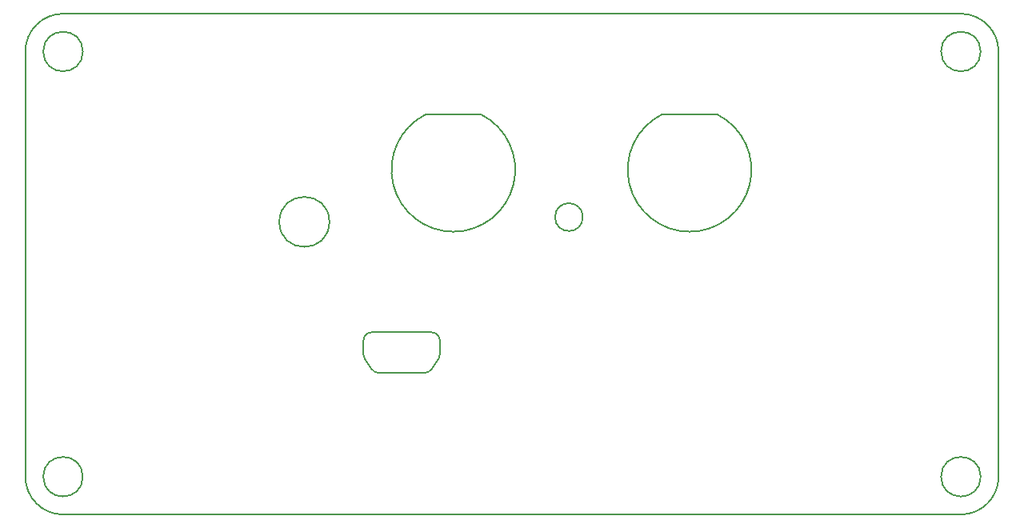
<source format=gbr>
%TF.GenerationSoftware,KiCad,Pcbnew,7.0.2*%
%TF.CreationDate,2023-08-08T17:36:33+02:00*%
%TF.ProjectId,pulse_generator_endplate_1455NF,70756c73-655f-4676-956e-657261746f72,rev?*%
%TF.SameCoordinates,Original*%
%TF.FileFunction,Profile,NP*%
%FSLAX46Y46*%
G04 Gerber Fmt 4.6, Leading zero omitted, Abs format (unit mm)*
G04 Created by KiCad (PCBNEW 7.0.2) date 2023-08-08 17:36:33*
%MOMM*%
%LPD*%
G01*
G04 APERTURE LIST*
%TA.AperFunction,Profile*%
%ADD10C,0.200000*%
%TD*%
G04 APERTURE END LIST*
D10*
X194200000Y-113100000D02*
X194200000Y-68100000D01*
X158553715Y-74770119D02*
X164446009Y-74770119D01*
X91200000Y-113100000D02*
G75*
G03*
X95200000Y-117100000I4000000J0D01*
G01*
X95200000Y-117100000D02*
X190200000Y-117100000D01*
X133442706Y-102115005D02*
G75*
G03*
X134178290Y-101733572I-6J900005D01*
G01*
X133553715Y-74770119D02*
G75*
G03*
X139446009Y-74770119I2946147J-5850019D01*
G01*
X135077901Y-98715000D02*
X135077901Y-100172143D01*
X133553715Y-74770119D02*
X139446009Y-74770119D01*
X150199549Y-85630000D02*
G75*
G03*
X150199549Y-85630000I-1470000J0D01*
G01*
X192305500Y-68100000D02*
G75*
G03*
X192305500Y-68100000I-2095500J0D01*
G01*
X127877901Y-97815000D02*
X134177901Y-97815000D01*
X97285500Y-68100000D02*
G75*
G03*
X97285500Y-68100000I-2095500J0D01*
G01*
X97285500Y-113100000D02*
G75*
G03*
X97285500Y-113100000I-2095500J0D01*
G01*
X134913484Y-100690715D02*
X134178290Y-101733572D01*
X123380000Y-86130000D02*
G75*
G03*
X123380000Y-86130000I-2650000J0D01*
G01*
X134913464Y-100690701D02*
G75*
G03*
X135077901Y-100172143I-735564J518601D01*
G01*
X133442706Y-102115000D02*
X131032901Y-102115000D01*
X127877901Y-97815001D02*
G75*
G03*
X126977901Y-98715000I-1J-899999D01*
G01*
X95200000Y-64100000D02*
G75*
G03*
X91200000Y-68100000I0J-4000000D01*
G01*
X190200000Y-64100000D02*
X95200000Y-64100000D01*
X91200000Y-68100000D02*
X91200000Y-113100000D01*
X131032901Y-102115000D02*
X131022901Y-102115000D01*
X126977901Y-100172143D02*
X126977901Y-98715000D01*
X194200000Y-68100000D02*
G75*
G03*
X190200000Y-64100000I-4000000J0D01*
G01*
X131022901Y-102115000D02*
X128613095Y-102115000D01*
X158553715Y-74770119D02*
G75*
G03*
X164446009Y-74770119I2946147J-5850019D01*
G01*
X190200000Y-117100000D02*
G75*
G03*
X194200000Y-113100000I0J4000000D01*
G01*
X135077900Y-98715000D02*
G75*
G03*
X134177901Y-97815000I-900000J0D01*
G01*
X126977876Y-100172143D02*
G75*
G03*
X127142317Y-100690715I900024J43D01*
G01*
X127877515Y-101733570D02*
G75*
G03*
X128613095Y-102115000I735585J518570D01*
G01*
X127877512Y-101733572D02*
X127142317Y-100690715D01*
X192305500Y-113100000D02*
G75*
G03*
X192305500Y-113100000I-2095500J0D01*
G01*
M02*

</source>
